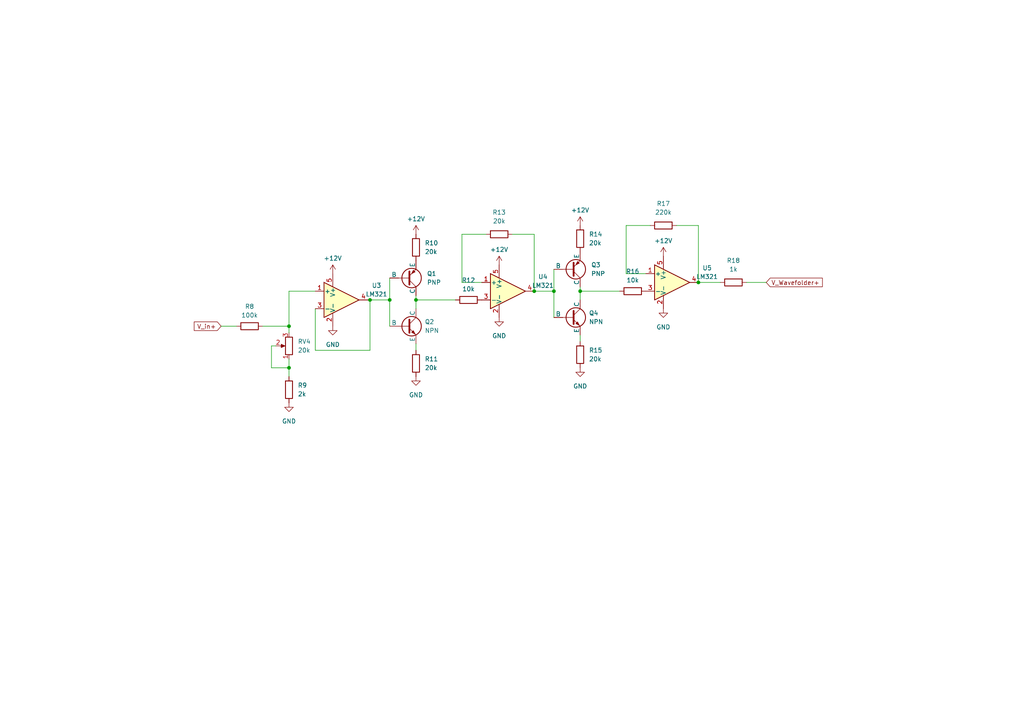
<source format=kicad_sch>
(kicad_sch (version 20230121) (generator eeschema)
  (paper "A4")
  (lib_symbols
    (symbol "Amplifier_Operational:LM321" (pin_names (offset 0.127))
      (property "Reference" "U" (at 0 7.62 0))
      (property "Value" "LM321" (at 0 5.08 0))
      (symbol "LM321_0_1"
        (polyline (pts (xy -5.08 5.08) (xy 5.08 0) (xy -5.08 -5.08) (xy -5.08 5.08)) (stroke (width 0.254)) (fill (type background)))
      )
      (symbol "LM321_1_1"
        (pin input line (at -7.62 2.54 0) (length 2.54) (name "+") (number "1"))
        (pin power_in line (at -2.54 -7.62 90) (length 3.81) (name "V-") (number "2"))
        (pin input line (at -7.62 -2.54 0) (length 2.54) (name "-") (number "3"))
        (pin output line (at 7.62 0 180) (length 2.54) (name "~") (number "4"))
        (pin power_in line (at -2.54 7.62 270) (length 3.81) (name "V+") (number "5"))
      )
    )
    (symbol "Device:R" (pin_numbers hide) (pin_names (offset 0))
      (property "Reference" "R" (at 2.032 0 90))
      (property "Value" "R" (at 0 0 90))
      (symbol "R_0_1"
        (rectangle (start -1.016 -2.54) (end 1.016 2.54) (stroke (width 0.254)))
      )
      (symbol "R_1_1"
        (pin passive line (at 0 3.81 270) (length 1.27) (name "~") (number "1"))
        (pin passive line (at 0 -3.81 90) (length 1.27) (name "~") (number "2"))
      )
    )
    (symbol "Device:R_Potentiometer" (pin_names (offset 1.016) hide)
      (property "Reference" "RV" (at -4.445 0 90))
      (property "Value" "R_Potentiometer" (at -2.54 0 90))
      (symbol "R_Potentiometer_0_1"
        (polyline (pts (xy 2.54 0) (xy 1.524 0)))
        (polyline (pts (xy 1.143 0) (xy 2.286 0.508) (xy 2.286 -0.508) (xy 1.143 0)) (fill (type outline)))
        (rectangle (start 1.016 2.54) (end -1.016 -2.54) (stroke (width 0.254)))
      )
      (symbol "R_Potentiometer_1_1"
        (pin passive line (at 0 3.81 270) (length 1.27) (name "1") (number "1"))
        (pin passive line (at 3.81 0 180) (length 1.27) (name "2") (number "2"))
        (pin passive line (at 0 -3.81 90) (length 1.27) (name "3") (number "3"))
      )
    )
    (symbol "Simulation_SPICE:NPN" (pin_numbers hide) (pin_names (offset 0))
      (property "Reference" "Q" (at -2.54 7.62 0))
      (property "Value" "NPN" (at -2.54 5.08 0))
      (symbol "NPN_0_1"
        (polyline (pts (xy -2.54 0) (xy 0.635 0)) (stroke (width 0.1524)))
        (polyline (pts (xy 0.635 0.635) (xy 2.54 2.54)))
        (polyline (pts (xy 2.794 -1.27) (xy 2.794 -1.27)) (stroke (width 0.1524)))
        (polyline (pts (xy 2.794 -1.27) (xy 2.794 -1.27)) (stroke (width 0.1524)))
        (polyline (pts (xy 0.635 -0.635) (xy 2.54 -2.54) (xy 2.54 -2.54)))
        (polyline (pts (xy 0.635 1.905) (xy 0.635 -1.905) (xy 0.635 -1.905)) (stroke (width 0.508)))
        (polyline (pts (xy 1.27 -1.778) (xy 1.778 -1.27) (xy 2.286 -2.286) (xy 1.27 -1.778) (xy 1.27 -1.778)) (fill (type outline)))
        (circle (center 1.27 0) (radius 2.8194) (stroke (width 0.254)))
      )
      (symbol "NPN_1_1"
        (pin open_collector line (at 2.54 5.08 270) (length 2.54) (name "C") (number "1"))
        (pin input line (at -5.08 0 0) (length 2.54) (name "B") (number "2"))
        (pin open_emitter line (at 2.54 -5.08 90) (length 2.54) (name "E") (number "3"))
      )
    )
    (symbol "Simulation_SPICE:PNP" (pin_numbers hide) (pin_names (offset 0))
      (property "Reference" "Q" (at -2.54 7.62 0))
      (property "Value" "PNP" (at -2.54 5.08 0))
      (symbol "PNP_0_1"
        (polyline (pts (xy -2.54 0) (xy 0.635 0)) (stroke (width 0.1524)))
        (polyline (pts (xy 0.635 0.635) (xy 2.54 2.54)))
        (polyline (pts (xy 0.635 -0.635) (xy 2.54 -2.54) (xy 2.54 -2.54)))
        (polyline (pts (xy 0.635 1.905) (xy 0.635 -1.905) (xy 0.635 -1.905)) (stroke (width 0.508)))
        (polyline (pts (xy 2.286 -1.778) (xy 1.778 -2.286) (xy 1.27 -1.27) (xy 2.286 -1.778) (xy 2.286 -1.778)) (fill (type outline)))
        (circle (center 1.27 0) (radius 2.8194) (stroke (width 0.254)))
      )
      (symbol "PNP_1_1"
        (pin open_collector line (at 2.54 5.08 270) (length 2.54) (name "C") (number "1"))
        (pin input line (at -5.08 0 0) (length 2.54) (name "B") (number "2"))
        (pin open_emitter line (at 2.54 -5.08 90) (length 2.54) (name "E") (number "3"))
      )
    )
    (symbol "power:+12V" (power) (pin_names (offset 0))
      (property "Value" "+12V" (at 0 3.556 0))
      (symbol "+12V_0_1"
        (polyline (pts (xy -0.762 1.27) (xy 0 2.54)))
        (polyline (pts (xy 0 0) (xy 0 2.54)))
        (polyline (pts (xy 0 2.54) (xy 0.762 1.27)))
      )
      (symbol "+12V_1_1"
        (pin power_in line (at 0 0 90) (length 0) hide (name "+12V") (number "1"))
      )
    )
    (symbol "power:GND" (power) (pin_names (offset 0))
      (property "Value" "GND" (at 0 -3.81 0))
      (symbol "GND_0_1"
        (polyline (pts (xy 0 0) (xy 0 -1.27) (xy 1.27 -1.27) (xy 0 -2.54) (xy -1.27 -1.27) (xy 0 -1.27)))
      )
      (symbol "GND_1_1"
        (pin power_in line (at 0 0 270) (length 0) hide (name "GND") (number "1"))
      )
    )
  )
  (junction (at 83.82 94.615))
  (junction (at 120.65 86.995))
  (junction (at 107.315 86.995))
  (junction (at 154.94 84.455))
  (junction (at 83.82 106.68))
  (junction (at 160.655 84.455))
  (junction (at 202.565 81.915))
  (junction (at 168.275 84.455))
  (junction (at 113.03 86.995))
  (wire (pts (xy 64.135 94.615) (xy 68.58 94.615)))
  (wire (pts (xy 168.275 83.185) (xy 168.275 84.455)))
  (wire (pts (xy 181.61 65.405) (xy 181.61 79.375)))
  (wire (pts (xy 160.655 84.455) (xy 160.655 92.075)))
  (wire (pts (xy 113.03 80.645) (xy 113.03 86.995)))
  (wire (pts (xy 120.65 86.995) (xy 120.65 89.535)))
  (wire (pts (xy 78.74 106.68) (xy 83.82 106.68)))
  (wire (pts (xy 83.82 109.22) (xy 83.82 106.68)))
  (wire (pts (xy 83.82 94.615) (xy 83.82 96.52)))
  (wire (pts (xy 120.65 86.995) (xy 132.08 86.995)))
  (wire (pts (xy 120.65 85.725) (xy 120.65 86.995)))
  (wire (pts (xy 187.325 79.375) (xy 181.61 79.375)))
  (wire (pts (xy 83.82 94.615) (xy 76.2 94.615)))
  (wire (pts (xy 168.275 84.455) (xy 179.705 84.455)))
  (wire (pts (xy 120.65 99.695) (xy 120.65 101.6)))
  (wire (pts (xy 78.74 100.33) (xy 80.01 100.33)))
  (wire (pts (xy 168.275 84.455) (xy 168.275 86.995)))
  (wire (pts (xy 154.94 67.945) (xy 154.94 84.455)))
  (wire (pts (xy 133.985 67.945) (xy 133.985 81.915)))
  (wire (pts (xy 202.565 81.915) (xy 208.915 81.915)))
  (wire (pts (xy 202.565 65.405) (xy 202.565 81.915)))
  (wire (pts (xy 83.82 84.455) (xy 91.44 84.455)))
  (wire (pts (xy 91.44 89.535) (xy 91.44 101.6)))
  (wire (pts (xy 216.535 81.915) (xy 222.25 81.915)))
  (wire (pts (xy 196.215 65.405) (xy 202.565 65.405)))
  (wire (pts (xy 181.61 65.405) (xy 188.595 65.405)))
  (wire (pts (xy 148.59 67.945) (xy 154.94 67.945)))
  (wire (pts (xy 139.7 81.915) (xy 133.985 81.915)))
  (wire (pts (xy 133.985 67.945) (xy 140.97 67.945)))
  (wire (pts (xy 168.275 97.155) (xy 168.275 99.06)))
  (wire (pts (xy 154.94 84.455) (xy 160.655 84.455)))
  (wire (pts (xy 83.82 106.68) (xy 83.82 104.14)))
  (wire (pts (xy 83.82 84.455) (xy 83.82 94.615)))
  (wire (pts (xy 107.315 86.995) (xy 113.03 86.995)))
  (wire (pts (xy 113.03 86.995) (xy 113.03 94.615)))
  (wire (pts (xy 91.44 101.6) (xy 107.315 101.6)))
  (wire (pts (xy 107.315 86.995) (xy 107.315 101.6)))
  (wire (pts (xy 107.315 86.995) (xy 106.68 86.995)))
  (wire (pts (xy 78.74 100.33) (xy 78.74 106.68)))
  (wire (pts (xy 160.655 78.105) (xy 160.655 84.455)))
  (global_label "V_in+" (shape input) (at 64.135 94.615 180) (property "Intersheetrefs" "${INTERSHEET_REFS}" (effects hide)))
  (global_label "V_Wavefolder+" (shape input) (at 222.25 81.915 0) (property "Intersheetrefs" "${INTERSHEET_REFS}" (effects hide)))
  (symbol (lib_id "Device:R") (at 135.89 86.995 90) (unit 1)
    (property "Reference" "R12" (at 135.89 81.28 90))
    (property "Value" "10k" (at 135.89 83.82 90))
    (property "Footprint" "Resistor_SMD:R_0805_2012Metric" (effects hide))
  )
  (symbol (lib_id "power:GND") (at 168.275 106.68 0) (unit 1)
    (property "Reference" "#PWR013" (effects hide))
    (property "Value" "GND" (at 168.275 112.014 0))
  )
  (symbol (lib_id "Device:R") (at 183.515 84.455 90) (unit 1)
    (property "Reference" "R16" (at 183.515 78.74 90))
    (property "Value" "10k" (at 183.515 81.28 90))
    (property "Footprint" "Resistor_SMD:R_0805_2012Metric" (effects hide))
  )
  (symbol (lib_id "Simulation_SPICE:PNP") (at 118.11 80.645 0) (mirror x) (unit 1)
    (property "Reference" "Q1" (at 123.825 79.375 0) (effects (justify left)))
    (property "Value" "PNP" (at 123.825 81.915 0) (effects (justify left)))
    (property "Footprint" "Package_TO_SOT_SMD:SOT-23-5_HandSoldering" (effects hide))
    (property "Sim.Device" "PNP" (effects hide))
    (property "Sim.Type" "GUMMELPOON" (effects hide))
    (property "Sim.Pins" "1=C 2=B 3=E" (effects hide))
  )
  (symbol (lib_id "power:+12V") (at 168.275 65.405 0) (unit 1)
    (property "Reference" "#PWR012" (effects hide))
    (property "Value" "+12V" (at 168.275 60.96 0))
  )
  (symbol (lib_id "Device:R") (at 83.82 113.03 0) (unit 1)
    (property "Reference" "R9" (at 86.36 111.76 0) (effects (justify left)))
    (property "Value" "2k" (at 86.36 114.3 0) (effects (justify left)))
    (property "Footprint" "Resistor_SMD:R_0805_2012Metric" (effects hide))
  )
  (symbol (lib_id "Device:R") (at 192.405 65.405 90) (unit 1)
    (property "Reference" "R17" (at 192.405 59.055 90))
    (property "Value" "220k" (at 192.405 61.595 90))
    (property "Footprint" "Resistor_SMD:R_0805_2012Metric" (effects hide))
  )
  (symbol (lib_id "power:GND") (at 83.82 116.84 0) (unit 1)
    (property "Reference" "#PWR07" (effects hide))
    (property "Value" "GND" (at 83.82 122.174 0))
  )
  (symbol (lib_id "power:GND") (at 96.52 94.615 0) (unit 1)
    (property "Reference" "#PWR08" (effects hide))
    (property "Value" "GND" (at 96.52 99.949 0))
  )
  (symbol (lib_id "power:+12V") (at 120.65 67.945 0) (unit 1)
    (property "Reference" "#PWR09" (effects hide))
    (property "Value" "+12V" (at 120.65 63.5 0))
  )
  (symbol (lib_id "Simulation_SPICE:PNP") (at 165.735 78.105 0) (mirror x) (unit 1)
    (property "Reference" "Q3" (at 171.45 76.835 0) (effects (justify left)))
    (property "Value" "PNP" (at 171.45 79.375 0) (effects (justify left)))
    (property "Footprint" "Package_TO_SOT_SMD:SOT-23-5_HandSoldering" (effects hide))
    (property "Sim.Device" "PNP" (effects hide))
    (property "Sim.Type" "GUMMELPOON" (effects hide))
    (property "Sim.Pins" "1=C 2=B 3=E" (effects hide))
  )
  (symbol (lib_id "power:GND") (at 144.78 92.075 0) (unit 1)
    (property "Reference" "#PWR035" (effects hide))
    (property "Value" "GND" (at 144.78 97.409 0))
  )
  (symbol (lib_id "Simulation_SPICE:NPN") (at 118.11 94.615 0) (unit 1)
    (property "Reference" "Q2" (at 123.19 93.345 0) (effects (justify left)))
    (property "Value" "NPN" (at 123.19 95.885 0) (effects (justify left)))
    (property "Footprint" "Package_TO_SOT_SMD:SOT-23-5_HandSoldering" (effects hide))
    (property "Sim.Device" "NPN" (effects hide))
    (property "Sim.Type" "GUMMELPOON" (effects hide))
    (property "Sim.Pins" "1=C 2=B 3=E" (effects hide))
  )
  (symbol (lib_id "power:GND") (at 120.65 109.22 0) (unit 1)
    (property "Reference" "#PWR010" (effects hide))
    (property "Value" "GND" (at 120.65 114.554 0))
  )
  (symbol (lib_id "power:GND") (at 192.405 89.535 0) (unit 1)
    (property "Reference" "#PWR05" (effects hide))
    (property "Value" "GND" (at 192.405 94.869 0))
  )
  (symbol (lib_id "Device:R") (at 120.65 105.41 0) (unit 1)
    (property "Reference" "R11" (at 123.19 104.14 0) (effects (justify left)))
    (property "Value" "20k" (at 123.19 106.68 0) (effects (justify left)))
    (property "Footprint" "Resistor_SMD:R_0805_2012Metric" (effects hide))
  )
  (symbol (lib_id "Amplifier_Operational:LM321") (at 194.945 81.915 0) (unit 1)
    (property "Reference" "U5" (at 205.105 77.7241 0))
    (property "Value" "LM321" (at 205.105 80.2641 0))
    (property "Footprint" "Package_TO_SOT_SMD:SOT-23-5" (effects hide))
    (property "Datasheet" "http://www.ti.com/lit/ds/symlink/lm321.pdf" (effects hide))
  )
  (symbol (lib_id "power:+12V") (at 192.405 74.295 0) (unit 1)
    (property "Reference" "#PWR04" (effects hide))
    (property "Value" "+12V" (at 192.405 69.85 0))
  )
  (symbol (lib_id "Simulation_SPICE:NPN") (at 165.735 92.075 0) (unit 1)
    (property "Reference" "Q4" (at 170.815 90.805 0) (effects (justify left)))
    (property "Value" "NPN" (at 170.815 93.345 0) (effects (justify left)))
    (property "Footprint" "Package_TO_SOT_SMD:SOT-23-5_HandSoldering" (effects hide))
    (property "Sim.Device" "NPN" (effects hide))
    (property "Sim.Type" "GUMMELPOON" (effects hide))
    (property "Sim.Pins" "1=C 2=B 3=E" (effects hide))
  )
  (symbol (lib_id "Device:R") (at 168.275 102.87 0) (unit 1)
    (property "Reference" "R15" (at 170.815 101.6 0) (effects (justify left)))
    (property "Value" "20k" (at 170.815 104.14 0) (effects (justify left)))
    (property "Footprint" "Resistor_SMD:R_0805_2012Metric" (effects hide))
  )
  (symbol (lib_id "Device:R") (at 72.39 94.615 90) (unit 1)
    (property "Reference" "R8" (at 72.39 88.9 90))
    (property "Value" "100k" (at 72.39 91.44 90))
    (property "Footprint" "Resistor_SMD:R_0805_2012Metric" (effects hide))
  )
  (symbol (lib_id "Device:R_Potentiometer") (at 83.82 100.33 180) (unit 1)
    (property "Reference" "RV4" (at 86.36 99.06 0) (effects (justify right)))
    (property "Value" "20k" (at 86.36 101.6 0) (effects (justify right)))
    (property "Footprint" "Resistor_SMD:R_0805_2012Metric" (effects hide))
  )
  (symbol (lib_id "Device:R") (at 120.65 71.755 0) (unit 1)
    (property "Reference" "R10" (at 123.19 70.485 0) (effects (justify left)))
    (property "Value" "20k" (at 123.19 73.025 0) (effects (justify left)))
    (property "Footprint" "Resistor_SMD:R_0805_2012Metric" (effects hide))
  )
  (symbol (lib_id "Amplifier_Operational:LM321") (at 99.06 86.995 0) (unit 1)
    (property "Reference" "U3" (at 109.22 82.8041 0))
    (property "Value" "LM321" (at 109.22 85.3441 0))
    (property "Footprint" "Package_TO_SOT_SMD:SOT-23-5" (effects hide))
    (property "Datasheet" "http://www.ti.com/lit/ds/symlink/lm321.pdf" (effects hide))
  )
  (symbol (lib_id "Device:R") (at 168.275 69.215 0) (unit 1)
    (property "Reference" "R14" (at 170.815 67.945 0) (effects (justify left)))
    (property "Value" "20k" (at 170.815 70.485 0) (effects (justify left)))
    (property "Footprint" "Resistor_SMD:R_0805_2012Metric" (effects hide))
  )
  (symbol (lib_id "power:+12V") (at 96.52 79.375 0) (unit 1)
    (property "Reference" "#PWR03" (effects hide))
    (property "Value" "+12V" (at 96.52 74.93 0))
  )
  (symbol (lib_id "power:+12V") (at 144.78 76.835 0) (unit 1)
    (property "Reference" "#PWR06" (effects hide))
    (property "Value" "+12V" (at 144.78 72.39 0))
  )
  (symbol (lib_id "Amplifier_Operational:LM321") (at 147.32 84.455 0) (unit 1)
    (property "Reference" "U4" (at 157.48 80.2641 0))
    (property "Value" "LM321" (at 157.48 82.8041 0))
    (property "Footprint" "Package_TO_SOT_SMD:SOT-23-5" (effects hide))
    (property "Datasheet" "http://www.ti.com/lit/ds/symlink/lm321.pdf" (effects hide))
  )
  (symbol (lib_id "Device:R") (at 212.725 81.915 90) (unit 1)
    (property "Reference" "R18" (at 212.725 75.565 90))
    (property "Value" "1k" (at 212.725 78.105 90))
    (property "Footprint" "Resistor_SMD:R_0805_2012Metric" (effects hide))
  )
  (symbol (lib_id "Device:R") (at 144.78 67.945 90) (unit 1)
    (property "Reference" "R13" (at 144.78 61.595 90))
    (property "Value" "20k" (at 144.78 64.135 90))
    (property "Footprint" "Resistor_SMD:R_0805_2012Metric" (effects hide))
  )
)
</source>
